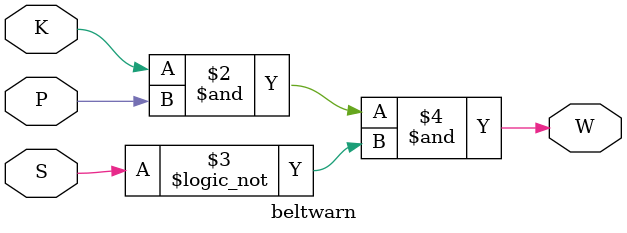
<source format=v>
`timescale 1ns / 1ps
module beltwarn(K, P, S, W);
	input K, P, S;
	output W;
	reg W;
	
	always @(K, P, S)
	begin
		W <= K & P & !S;
	end
endmodule

</source>
